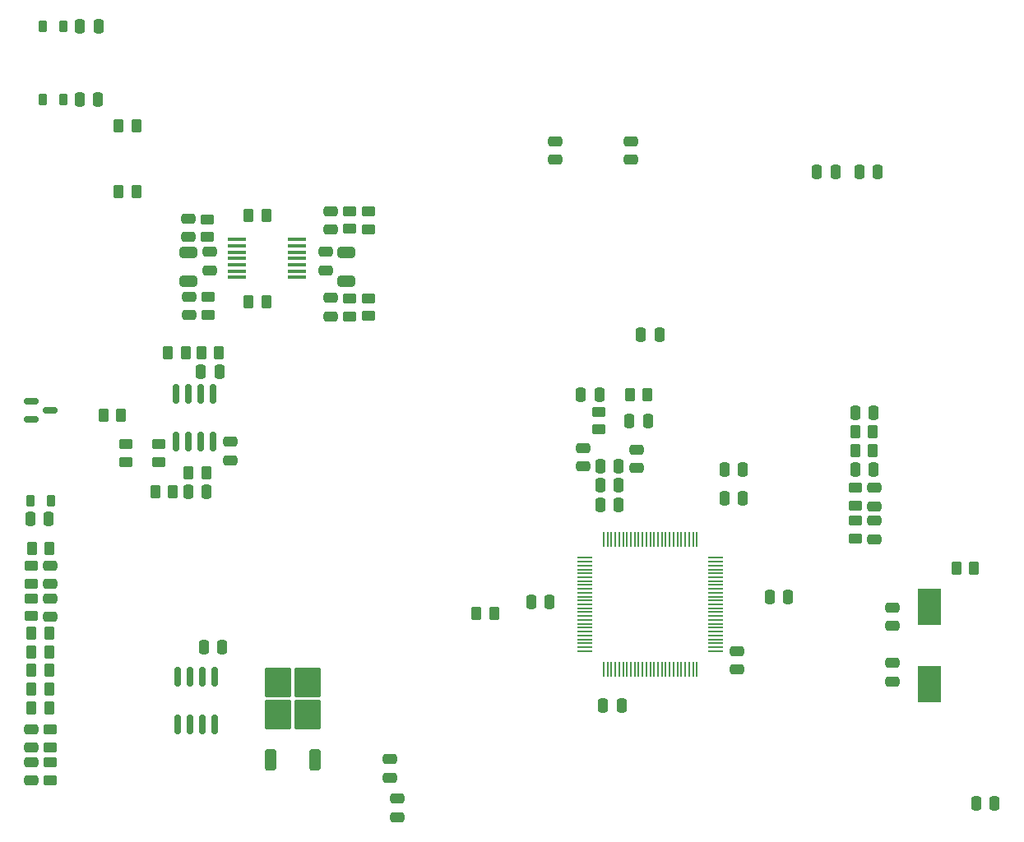
<source format=gbr>
%TF.GenerationSoftware,KiCad,Pcbnew,8.0.5-dirty*%
%TF.CreationDate,2024-11-21T15:48:24-08:00*%
%TF.ProjectId,sisyphus-pci,73697379-7068-4757-932d-7063692e6b69,rev?*%
%TF.SameCoordinates,Original*%
%TF.FileFunction,Paste,Top*%
%TF.FilePolarity,Positive*%
%FSLAX46Y46*%
G04 Gerber Fmt 4.6, Leading zero omitted, Abs format (unit mm)*
G04 Created by KiCad (PCBNEW 8.0.5-dirty) date 2024-11-21 15:48:24*
%MOMM*%
%LPD*%
G01*
G04 APERTURE LIST*
G04 Aperture macros list*
%AMRoundRect*
0 Rectangle with rounded corners*
0 $1 Rounding radius*
0 $2 $3 $4 $5 $6 $7 $8 $9 X,Y pos of 4 corners*
0 Add a 4 corners polygon primitive as box body*
4,1,4,$2,$3,$4,$5,$6,$7,$8,$9,$2,$3,0*
0 Add four circle primitives for the rounded corners*
1,1,$1+$1,$2,$3*
1,1,$1+$1,$4,$5*
1,1,$1+$1,$6,$7*
1,1,$1+$1,$8,$9*
0 Add four rect primitives between the rounded corners*
20,1,$1+$1,$2,$3,$4,$5,0*
20,1,$1+$1,$4,$5,$6,$7,0*
20,1,$1+$1,$6,$7,$8,$9,0*
20,1,$1+$1,$8,$9,$2,$3,0*%
G04 Aperture macros list end*
%ADD10RoundRect,0.250000X0.475000X-0.250000X0.475000X0.250000X-0.475000X0.250000X-0.475000X-0.250000X0*%
%ADD11RoundRect,0.250000X-0.475000X0.250000X-0.475000X-0.250000X0.475000X-0.250000X0.475000X0.250000X0*%
%ADD12R,1.950000X0.400000*%
%ADD13R,1.850000X0.400000*%
%ADD14RoundRect,0.250000X0.350000X-0.850000X0.350000X0.850000X-0.350000X0.850000X-0.350000X-0.850000X0*%
%ADD15RoundRect,0.250000X1.125000X-1.275000X1.125000X1.275000X-1.125000X1.275000X-1.125000X-1.275000X0*%
%ADD16RoundRect,0.250000X-0.650000X0.325000X-0.650000X-0.325000X0.650000X-0.325000X0.650000X0.325000X0*%
%ADD17RoundRect,0.250000X-0.250000X-0.475000X0.250000X-0.475000X0.250000X0.475000X-0.250000X0.475000X0*%
%ADD18RoundRect,0.250000X0.450000X-0.262500X0.450000X0.262500X-0.450000X0.262500X-0.450000X-0.262500X0*%
%ADD19RoundRect,0.150000X-0.587500X-0.150000X0.587500X-0.150000X0.587500X0.150000X-0.587500X0.150000X0*%
%ADD20RoundRect,0.218750X-0.218750X-0.381250X0.218750X-0.381250X0.218750X0.381250X-0.218750X0.381250X0*%
%ADD21RoundRect,0.250000X-0.450000X0.262500X-0.450000X-0.262500X0.450000X-0.262500X0.450000X0.262500X0*%
%ADD22RoundRect,0.250000X0.250000X0.475000X-0.250000X0.475000X-0.250000X-0.475000X0.250000X-0.475000X0*%
%ADD23RoundRect,0.150000X-0.150000X0.825000X-0.150000X-0.825000X0.150000X-0.825000X0.150000X0.825000X0*%
%ADD24RoundRect,0.250000X0.262500X0.450000X-0.262500X0.450000X-0.262500X-0.450000X0.262500X-0.450000X0*%
%ADD25RoundRect,0.250000X-0.262500X-0.450000X0.262500X-0.450000X0.262500X0.450000X-0.262500X0.450000X0*%
%ADD26R,2.400000X3.850000*%
%ADD27R,1.500000X0.200000*%
%ADD28R,0.200000X1.500000*%
G04 APERTURE END LIST*
D10*
%TO.C,C25*%
X118100000Y-115775000D03*
X118100000Y-113875000D03*
%TD*%
D11*
%TO.C,C35*%
X91587500Y-93681250D03*
X91587500Y-95581250D03*
%TD*%
D12*
%TO.C,U2*%
X82412500Y-92431250D03*
X82412500Y-93081250D03*
X82412500Y-93731250D03*
X82412500Y-94381250D03*
X82412500Y-95031250D03*
X82412500Y-95681250D03*
X82412500Y-96331250D03*
D13*
X88612500Y-96331250D03*
X88612500Y-95681250D03*
X88612500Y-95031250D03*
X88612500Y-94381250D03*
X88612500Y-93731250D03*
X88612500Y-93081250D03*
X88612500Y-92431250D03*
%TD*%
D14*
%TO.C,U3*%
X85920000Y-145990000D03*
D15*
X86675000Y-141365000D03*
X89725000Y-141365000D03*
X86675000Y-138015000D03*
X89725000Y-138015000D03*
D14*
X90480000Y-145990000D03*
%TD*%
D16*
%TO.C,C36*%
X93737500Y-93756250D03*
X93737500Y-96706250D03*
%TD*%
D17*
%TO.C,C17*%
X132650000Y-119050000D03*
X134550000Y-119050000D03*
%TD*%
%TO.C,C9*%
X146100000Y-116150000D03*
X148000000Y-116150000D03*
%TD*%
D11*
%TO.C,C15*%
X149950000Y-136050000D03*
X149950000Y-137950000D03*
%TD*%
D18*
%TO.C,R4*%
X61290000Y-127860000D03*
X61290000Y-126035000D03*
%TD*%
D10*
%TO.C,C5*%
X61300000Y-148150000D03*
X61300000Y-146250000D03*
%TD*%
D17*
%TO.C,C27*%
X124050000Y-102250000D03*
X125950000Y-102250000D03*
%TD*%
%TO.C,C20*%
X132650000Y-116150000D03*
X134550000Y-116150000D03*
%TD*%
D10*
%TO.C,C32*%
X77462500Y-92156250D03*
X77462500Y-90256250D03*
%TD*%
D19*
%TO.C,Q1*%
X61312500Y-109050000D03*
X61312500Y-110950000D03*
X63187500Y-110000000D03*
%TD*%
D20*
%TO.C,FB2*%
X62437500Y-78000000D03*
X64562500Y-78000000D03*
%TD*%
%TO.C,FB3*%
X62500000Y-70500000D03*
X64625000Y-70500000D03*
%TD*%
D21*
%TO.C,R12*%
X146100000Y-121387500D03*
X146100000Y-123212500D03*
%TD*%
D22*
%TO.C,C48*%
X148420000Y-85500000D03*
X146520000Y-85500000D03*
%TD*%
D17*
%TO.C,C68*%
X66312500Y-70500000D03*
X68212500Y-70500000D03*
%TD*%
D10*
%TO.C,C50*%
X92087500Y-100331250D03*
X92087500Y-98431250D03*
%TD*%
D18*
%TO.C,R17*%
X119725000Y-111975000D03*
X119725000Y-110150000D03*
%TD*%
D17*
%TO.C,C34*%
X142150000Y-85500000D03*
X144050000Y-85500000D03*
%TD*%
%TO.C,C7*%
X120150000Y-140400000D03*
X122050000Y-140400000D03*
%TD*%
%TO.C,C67*%
X66250000Y-78000000D03*
X68150000Y-78000000D03*
%TD*%
D23*
%TO.C,U6*%
X80205000Y-137425000D03*
X78935000Y-137425000D03*
X77665000Y-137425000D03*
X76395000Y-137425000D03*
X76395000Y-142375000D03*
X77665000Y-142375000D03*
X78935000Y-142375000D03*
X80205000Y-142375000D03*
%TD*%
D11*
%TO.C,C3*%
X61300000Y-142850000D03*
X61300000Y-144750000D03*
%TD*%
D23*
%TO.C,U4*%
X80005000Y-108325000D03*
X78735000Y-108325000D03*
X77465000Y-108325000D03*
X76195000Y-108325000D03*
X76195000Y-113275000D03*
X77465000Y-113275000D03*
X78735000Y-113275000D03*
X80005000Y-113275000D03*
%TD*%
D10*
%TO.C,C19*%
X115250000Y-84199999D03*
X115250000Y-82300001D03*
%TD*%
D24*
%TO.C,R16*%
X158325000Y-126250000D03*
X156500000Y-126250000D03*
%TD*%
D17*
%TO.C,C55*%
X77450000Y-118400000D03*
X79350000Y-118400000D03*
%TD*%
D24*
%TO.C,R35*%
X72112500Y-87500000D03*
X70287500Y-87500000D03*
%TD*%
D16*
%TO.C,C37*%
X77487500Y-93756250D03*
X77487500Y-96706250D03*
%TD*%
D24*
%TO.C,R37*%
X72112500Y-80750000D03*
X70287500Y-80750000D03*
%TD*%
D18*
%TO.C,R15*%
X146100000Y-119837500D03*
X146100000Y-118012500D03*
%TD*%
D17*
%TO.C,C26*%
X122850000Y-111100000D03*
X124750000Y-111100000D03*
%TD*%
D24*
%TO.C,R19*%
X85500000Y-89967733D03*
X83675000Y-89967733D03*
%TD*%
%TO.C,R8*%
X63125000Y-138710000D03*
X61300000Y-138710000D03*
%TD*%
D25*
%TO.C,R27*%
X75375000Y-104050000D03*
X77200000Y-104050000D03*
%TD*%
D21*
%TO.C,R2*%
X61290000Y-129400000D03*
X61290000Y-131225000D03*
%TD*%
D25*
%TO.C,R32*%
X77475000Y-116450000D03*
X79300000Y-116450000D03*
%TD*%
D24*
%TO.C,R20*%
X85500000Y-98831250D03*
X83675000Y-98831250D03*
%TD*%
D17*
%TO.C,C22*%
X119850000Y-117750000D03*
X121750000Y-117750000D03*
%TD*%
D24*
%TO.C,R11*%
X63125000Y-136810000D03*
X61300000Y-136810000D03*
%TD*%
%TO.C,R6*%
X63125000Y-132980000D03*
X61300000Y-132980000D03*
%TD*%
D21*
%TO.C,R22*%
X79450000Y-98368750D03*
X79450000Y-100193750D03*
%TD*%
D26*
%TO.C,Y1*%
X153750000Y-130250000D03*
X153750000Y-138200000D03*
%TD*%
D17*
%TO.C,C40*%
X158550000Y-150500000D03*
X160450000Y-150500000D03*
%TD*%
%TO.C,C53*%
X78750000Y-106000000D03*
X80650000Y-106000000D03*
%TD*%
D18*
%TO.C,R29*%
X94087500Y-91343750D03*
X94087500Y-89518750D03*
%TD*%
D11*
%TO.C,C31*%
X79687500Y-93681250D03*
X79687500Y-95581250D03*
%TD*%
D25*
%TO.C,R18*%
X122887500Y-108400000D03*
X124712500Y-108400000D03*
%TD*%
D11*
%TO.C,C6*%
X148050000Y-121387500D03*
X148050000Y-123287500D03*
%TD*%
%TO.C,C52*%
X81800000Y-113250000D03*
X81800000Y-115150000D03*
%TD*%
D18*
%TO.C,R5*%
X63240000Y-148112500D03*
X63240000Y-146287500D03*
%TD*%
D25*
%TO.C,R14*%
X146100000Y-114200000D03*
X147925000Y-114200000D03*
%TD*%
D10*
%TO.C,C10*%
X148050000Y-119887500D03*
X148050000Y-117987500D03*
%TD*%
D11*
%TO.C,C49*%
X92137500Y-89506250D03*
X92137500Y-91406250D03*
%TD*%
D25*
%TO.C,R28*%
X74025000Y-118400000D03*
X75850000Y-118400000D03*
%TD*%
D17*
%TO.C,C1*%
X61200000Y-121200000D03*
X63100000Y-121200000D03*
%TD*%
D22*
%TO.C,C23*%
X119750000Y-108400000D03*
X117850000Y-108400000D03*
%TD*%
%TO.C,C18*%
X121750000Y-119725000D03*
X119850000Y-119725000D03*
%TD*%
D11*
%TO.C,C2*%
X63230000Y-129380000D03*
X63230000Y-131280000D03*
%TD*%
D17*
%TO.C,C8*%
X146087500Y-110300000D03*
X147987500Y-110300000D03*
%TD*%
D24*
%TO.C,R9*%
X63125000Y-140625000D03*
X61300000Y-140625000D03*
%TD*%
D20*
%TO.C,FB1*%
X61175000Y-119300000D03*
X63300000Y-119300000D03*
%TD*%
D10*
%TO.C,C4*%
X63240000Y-127880000D03*
X63240000Y-125980000D03*
%TD*%
D18*
%TO.C,R33*%
X74400000Y-115312500D03*
X74400000Y-113487500D03*
%TD*%
%TO.C,R21*%
X79400000Y-92162500D03*
X79400000Y-90337500D03*
%TD*%
D24*
%TO.C,R7*%
X63125000Y-134890000D03*
X61300000Y-134890000D03*
%TD*%
D25*
%TO.C,R31*%
X78775000Y-104050000D03*
X80600000Y-104050000D03*
%TD*%
D18*
%TO.C,R26*%
X96000000Y-100312500D03*
X96000000Y-98487500D03*
%TD*%
D10*
%TO.C,C16*%
X123600000Y-115950000D03*
X123600000Y-114050000D03*
%TD*%
D21*
%TO.C,R25*%
X95987500Y-89543750D03*
X95987500Y-91368750D03*
%TD*%
D17*
%TO.C,C29*%
X79050000Y-134400000D03*
X80950000Y-134400000D03*
%TD*%
D11*
%TO.C,C51*%
X98225000Y-145950000D03*
X98225000Y-147850000D03*
%TD*%
D18*
%TO.C,R38*%
X71000000Y-115312500D03*
X71000000Y-113487500D03*
%TD*%
D22*
%TO.C,C24*%
X121750000Y-115775000D03*
X119850000Y-115775000D03*
%TD*%
D24*
%TO.C,R34*%
X70550000Y-110500000D03*
X68725000Y-110500000D03*
%TD*%
D25*
%TO.C,R1*%
X107087500Y-130950000D03*
X108912500Y-130950000D03*
%TD*%
D21*
%TO.C,R30*%
X94087500Y-98506250D03*
X94087500Y-100331250D03*
%TD*%
D11*
%TO.C,C12*%
X133900000Y-134800000D03*
X133900000Y-136700000D03*
%TD*%
D10*
%TO.C,C43*%
X99000000Y-151900000D03*
X99000000Y-150000000D03*
%TD*%
%TO.C,C14*%
X149950000Y-132200000D03*
X149950000Y-130300000D03*
%TD*%
D27*
%TO.C,U1*%
X131700000Y-134800000D03*
X131700000Y-134400000D03*
X131700000Y-134000000D03*
X131700000Y-133600000D03*
X131700000Y-133200000D03*
X131700000Y-132800000D03*
X131700000Y-132400000D03*
X131700000Y-132000000D03*
X131700000Y-131600000D03*
X131700000Y-131200000D03*
X131700000Y-130800000D03*
X131700000Y-130400000D03*
X131700000Y-130000000D03*
X131700000Y-129600000D03*
X131700000Y-129200000D03*
X131700000Y-128800000D03*
X131700000Y-128400000D03*
X131700000Y-128000000D03*
X131700000Y-127600000D03*
X131700000Y-127200000D03*
X131700000Y-126800000D03*
X131700000Y-126400000D03*
X131700000Y-126000000D03*
X131700000Y-125600000D03*
X131700000Y-125200000D03*
D28*
X129800000Y-123300000D03*
X129400000Y-123300000D03*
X129000000Y-123300000D03*
X128600000Y-123300000D03*
X128200000Y-123300000D03*
X127800000Y-123300000D03*
X127400000Y-123300000D03*
X127000000Y-123300000D03*
X126600000Y-123300000D03*
X126200000Y-123300000D03*
X125800000Y-123300000D03*
X125400000Y-123300000D03*
X125000000Y-123300000D03*
X124600000Y-123300000D03*
X124200000Y-123300000D03*
X123800000Y-123300000D03*
X123400000Y-123300000D03*
X123000000Y-123300000D03*
X122600000Y-123300000D03*
X122200000Y-123300000D03*
X121800000Y-123300000D03*
X121400000Y-123300000D03*
X121000000Y-123300000D03*
X120600000Y-123300000D03*
X120200000Y-123300000D03*
D27*
X118300000Y-125200000D03*
X118300000Y-125600000D03*
X118300000Y-126000000D03*
X118300000Y-126400000D03*
X118300000Y-126800000D03*
X118300000Y-127200000D03*
X118300000Y-127600000D03*
X118300000Y-128000000D03*
X118300000Y-128400000D03*
X118300000Y-128800000D03*
X118300000Y-129200000D03*
X118300000Y-129600000D03*
X118300000Y-130000000D03*
X118300000Y-130400000D03*
X118300000Y-130800000D03*
X118300000Y-131200000D03*
X118300000Y-131600000D03*
X118300000Y-132000000D03*
X118300000Y-132400000D03*
X118300000Y-132800000D03*
X118300000Y-133200000D03*
X118300000Y-133600000D03*
X118300000Y-134000000D03*
X118300000Y-134400000D03*
X118300000Y-134800000D03*
D28*
X120200000Y-136700000D03*
X120600000Y-136700000D03*
X121000000Y-136700000D03*
X121400000Y-136700000D03*
X121800000Y-136700000D03*
X122200000Y-136700000D03*
X122600000Y-136700000D03*
X123000000Y-136700000D03*
X123400000Y-136700000D03*
X123800000Y-136700000D03*
X124200000Y-136700000D03*
X124600000Y-136700000D03*
X125000000Y-136700000D03*
X125400000Y-136700000D03*
X125800000Y-136700000D03*
X126200000Y-136700000D03*
X126600000Y-136700000D03*
X127000000Y-136700000D03*
X127400000Y-136700000D03*
X127800000Y-136700000D03*
X128200000Y-136700000D03*
X128600000Y-136700000D03*
X129000000Y-136700000D03*
X129400000Y-136700000D03*
X129800000Y-136700000D03*
%TD*%
D25*
%TO.C,R13*%
X146087500Y-112250000D03*
X147912500Y-112250000D03*
%TD*%
D21*
%TO.C,R3*%
X63240000Y-142875000D03*
X63240000Y-144700000D03*
%TD*%
D11*
%TO.C,C33*%
X77500000Y-98300000D03*
X77500000Y-100200000D03*
%TD*%
D17*
%TO.C,C13*%
X137300000Y-129250000D03*
X139200000Y-129250000D03*
%TD*%
D10*
%TO.C,C21*%
X123000000Y-84199999D03*
X123000000Y-82300001D03*
%TD*%
D24*
%TO.C,R10*%
X63185000Y-124280000D03*
X61360000Y-124280000D03*
%TD*%
D22*
%TO.C,C11*%
X114650000Y-129770000D03*
X112750000Y-129770000D03*
%TD*%
M02*

</source>
